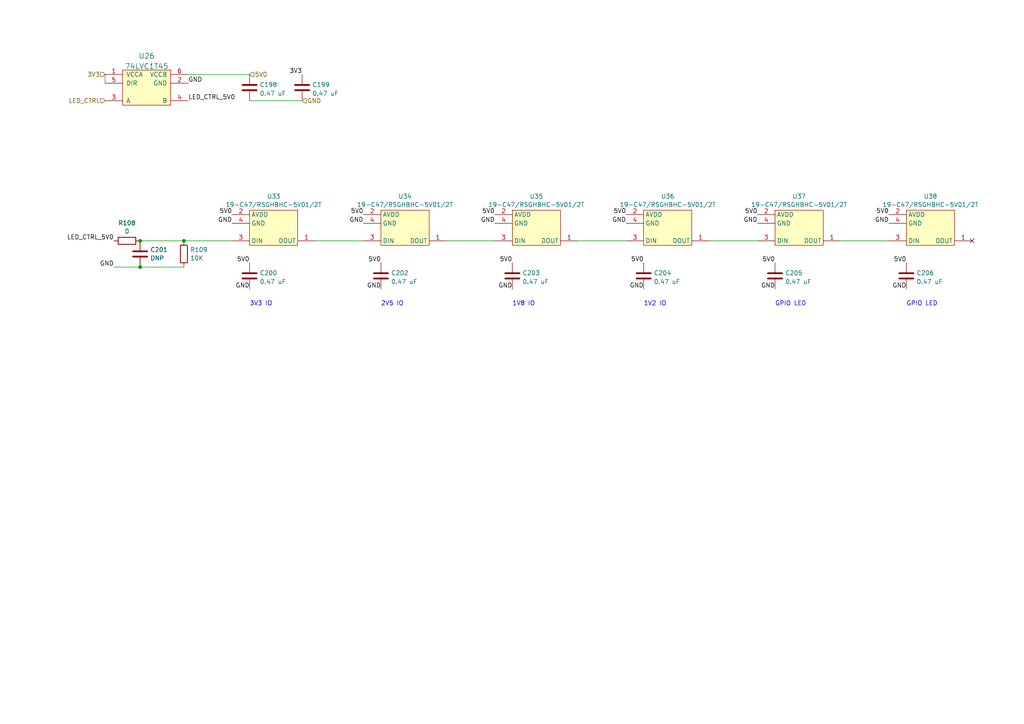
<source format=kicad_sch>
(kicad_sch (version 20231120) (generator "eeschema") (generator_version "8.0")
  (paper "A4")
  (title_block (title "DUMPTRUCK flash dumper") (date "2024-10-17") (rev "0.1") (company "Antikernel Labs") (comment 1 "Andrew D. Zonenberg"))
  (lib_symbols
    (symbol "device:C" (pin_numbers hide) (pin_names (offset 0.254))
      (property "Reference" "C" (at 0.635 2.54 0))
      (property "Value" "C" (at 0.635 -2.54 0))
      (symbol "C_0_1"
        (polyline (pts (xy -2.032 -0.762) (xy 2.032 -0.762)) (stroke (width 0.508)))
        (polyline (pts (xy -2.032 0.762) (xy 2.032 0.762)) (stroke (width 0.508)))
      )
      (symbol "C_1_1"
        (pin passive line (at 0 3.81 270) (length 2.794) (name "~") (number "1"))
        (pin passive line (at 0 -3.81 90) (length 2.794) (name "~") (number "2"))
      )
    )
    (symbol "device:R" (pin_numbers hide) (pin_names (offset 0))
      (property "Reference" "R" (at 2.032 0 90))
      (property "Value" "R" (at 0 0 90))
      (symbol "R_0_1"
        (rectangle (start -1.016 -2.54) (end 1.016 2.54) (stroke (width 0.254)))
      )
      (symbol "R_1_1"
        (pin passive line (at 0 3.81 270) (length 1.27) (name "~") (number "1"))
        (pin passive line (at 0 -3.81 90) (length 1.27) (name "~") (number "2"))
      )
    )
    (symbol "special-azonenberg:19-C47_RSGHBHC-5V01_2T"
      (property "Reference" "U" (at 3.302 -4.318 0))
      (property "Value" "19-C47/RSGHBHC-5V01/2T" (at 3.302 -2.032 0))
      (symbol "19-C47_RSGHBHC-5V01_2T_1_1"
        (rectangle (start 0 10.16) (end 13.97 0) (fill (type background)))
        (pin output line (at 19.05 1.27 180) (length 5.08) (name "DOUT") (number "1"))
        (pin power_in line (at -5.08 8.89 0) (length 5.08) (name "AVDD") (number "2"))
        (pin input line (at -5.08 1.27 0) (length 5.08) (name "DIN") (number "3"))
        (pin power_in line (at -5.08 6.35 0) (length 5.08) (name "GND") (number "4"))
      )
    )
    (symbol "special-azonenberg:74AVC1T45" (pin_names (offset 1.016))
      (property "Reference" "U" (at 0 -1.27 0))
      (property "Value" "74AVC1T45" (at 21.59 -1.27 0))
      (symbol "74AVC1T45_0_1"
        (rectangle (start 0 10.16) (end 13.97 0) (fill (type background)))
      )
      (symbol "74AVC1T45_1_1"
        (pin power_in line (at -5.08 8.89 0) (length 5.08) (name "VCCA") (number "1"))
        (pin power_in line (at 19.05 6.35 180) (length 5.08) (name "GND") (number "2"))
        (pin bidirectional line (at -5.08 1.27 0) (length 5.08) (name "A") (number "3"))
        (pin bidirectional line (at 19.05 1.27 180) (length 5.08) (name "B") (number "4"))
        (pin input line (at -5.08 6.35 0) (length 5.08) (name "DIR") (number "5"))
        (pin power_in line (at 19.05 8.89 180) (length 5.08) (name "VCCB") (number "6"))
      )
    )
  )
  (junction (at 53.34 69.85))
  (junction (at 40.64 77.47))
  (junction (at 40.64 69.85))
  (no_connect (at 281.94 69.85))
  (wire (pts (xy 91.44 69.85) (xy 105.41 69.85)))
  (wire (pts (xy 167.64 69.85) (xy 181.61 69.85)))
  (wire (pts (xy 33.02 77.47) (xy 40.64 77.47)))
  (wire (pts (xy 30.48 21.59) (xy 30.48 24.13)))
  (wire (pts (xy 53.34 69.85) (xy 67.31 69.85)))
  (wire (pts (xy 72.39 29.21) (xy 87.63 29.21)))
  (wire (pts (xy 205.74 69.85) (xy 219.71 69.85)))
  (wire (pts (xy 129.54 69.85) (xy 143.51 69.85)))
  (wire (pts (xy 243.84 69.85) (xy 257.81 69.85)))
  (wire (pts (xy 54.61 21.59) (xy 72.39 21.59)))
  (wire (pts (xy 40.64 77.47) (xy 53.34 77.47)))
  (wire (pts (xy 40.64 69.85) (xy 53.34 69.85)))
  (text "1V2 IO" (at 186.69 88.138 0) (effects (font (size 1.27 1.27)) (justify left)))
  (text "GPIO LED" (at 262.89 88.138 0) (effects (font (size 1.27 1.27)) (justify left)))
  (text "GPIO LED" (at 224.79 88.138 0) (effects (font (size 1.27 1.27)) (justify left)))
  (text "2V5 IO" (at 110.49 88.138 0) (effects (font (size 1.27 1.27)) (justify left)))
  (text "1V8 IO" (at 148.59 88.138 0) (effects (font (size 1.27 1.27)) (justify left)))
  (text "3V3 IO" (at 72.39 88.138 0) (effects (font (size 1.27 1.27)) (justify left)))
  (label "5V0" (at 148.59 76.2 180))
  (label "LED_CTRL_5V0" (at 54.61 29.21 0))
  (label "GND" (at 67.31 64.77 180))
  (label "5V0" (at 110.49 76.2 180))
  (label "5V0" (at 186.69 76.2 180))
  (label "GND" (at 262.89 83.82 180))
  (label "GND" (at 186.69 83.82 180))
  (label "GND" (at 143.51 64.77 180))
  (label "5V0" (at 105.41 62.23 180))
  (label "5V0" (at 224.79 76.2 180))
  (label "GND" (at 224.79 83.82 180))
  (label "5V0" (at 257.81 62.23 180))
  (label "5V0" (at 262.89 76.2 180))
  (label "5V0" (at 72.39 76.2 180))
  (label "GND" (at 72.39 83.82 180))
  (label "GND" (at 148.59 83.82 180))
  (label "GND" (at 110.49 83.82 180))
  (label "5V0" (at 67.31 62.23 180))
  (label "5V0" (at 181.61 62.23 180))
  (label "5V0" (at 143.51 62.23 180))
  (label "GND" (at 219.71 64.77 180))
  (label "3V3" (at 87.63 21.59 180))
  (label "GND" (at 33.02 77.47 180))
  (label "GND" (at 54.61 24.13 0))
  (label "LED_CTRL_5V0" (at 33.02 69.85 180))
  (label "GND" (at 257.81 64.77 180))
  (label "GND" (at 105.41 64.77 180))
  (label "5V0" (at 219.71 62.23 180))
  (label "GND" (at 181.61 64.77 180))
  (hierarchical_label "5V0" (shape input) (at 72.39 21.59 0))
  (hierarchical_label "GND" (shape input) (at 87.63 29.21 0))
  (hierarchical_label "3V3" (shape input) (at 30.48 21.59 180))
  (hierarchical_label "LED_CTRL" (shape input) (at 30.48 29.21 180))
  (symbol (lib_id "device:C") (at 110.49 80.01 0) (unit 1)
    (property "Reference" "C202" (at 113.411 79.1753 0) (effects (justify left)))
    (property "Value" "0.47 uF" (at 113.411 81.7122 0) (effects (justify left)))
    (property "Footprint" "azonenberg_pcb:EIA_0402_CAP_NOSILK" (effects (hide yes)))
  )
  (symbol (lib_id "device:C") (at 87.63 25.4 0) (unit 1)
    (property "Reference" "C199" (at 90.551 24.5653 0) (effects (justify left)))
    (property "Value" "0.47 uF" (at 90.551 27.1022 0) (effects (justify left)))
    (property "Footprint" "azonenberg_pcb:EIA_0402_CAP_NOSILK" (effects (hide yes)))
  )
  (symbol (lib_id "device:C") (at 186.69 80.01 0) (unit 1)
    (property "Reference" "C204" (at 189.611 79.1753 0) (effects (justify left)))
    (property "Value" "0.47 uF" (at 189.611 81.7122 0) (effects (justify left)))
    (property "Footprint" "azonenberg_pcb:EIA_0402_CAP_NOSILK" (effects (hide yes)))
  )
  (symbol (lib_id "special-azonenberg:19-C47_RSGHBHC-5V01_2T") (at 110.49 71.12 0) (unit 1)
    (property "Reference" "U34" (at 117.475 56.9425 0))
    (property "Value" "19-C47/RSGHBHC-5V01/2T" (at 117.475 59.3668 0))
    (property "Footprint" "azonenberg_pcb:LED_EVERLIGHT_19-C47_RSGHBHC-5V01_2T" (effects (hide yes)))
  )
  (symbol (lib_id "special-azonenberg:74AVC1T45") (at 35.56 30.48 0) (unit 1)
    (property "Reference" "U26" (at 42.545 16.2359 0) (effects (font (size 1.524 1.524))))
    (property "Value" "74LVC1T45" (at 42.545 19.2293 0) (effects (font (size 1.524 1.524))))
    (property "Footprint" "azonenberg_pcb:DFN_6_0.5MM_1.6x1.6MM_TI_DPK" (effects (hide yes)))
  )
  (symbol (lib_id "special-azonenberg:19-C47_RSGHBHC-5V01_2T") (at 148.59 71.12 0) (unit 1)
    (property "Reference" "U35" (at 155.575 56.9425 0))
    (property "Value" "19-C47/RSGHBHC-5V01/2T" (at 155.575 59.3668 0))
    (property "Footprint" "azonenberg_pcb:LED_EVERLIGHT_19-C47_RSGHBHC-5V01_2T" (effects (hide yes)))
  )
  (symbol (lib_id "device:R") (at 36.83 69.85 90) (unit 1)
    (property "Reference" "R108" (at 36.83 64.6895 90))
    (property "Value" "0" (at 36.83 67.1138 90))
    (property "Footprint" "azonenberg_pcb:EIA_0402_RES_NOSILK" (effects (hide yes)))
    (property "Description" "Resistor" (effects (hide yes)))
  )
  (symbol (lib_id "device:C") (at 72.39 80.01 0) (unit 1)
    (property "Reference" "C200" (at 75.311 79.1753 0) (effects (justify left)))
    (property "Value" "0.47 uF" (at 75.311 81.7122 0) (effects (justify left)))
    (property "Footprint" "azonenberg_pcb:EIA_0402_CAP_NOSILK" (effects (hide yes)))
  )
  (symbol (lib_id "device:C") (at 72.39 25.4 0) (unit 1)
    (property "Reference" "C198" (at 75.311 24.5653 0) (effects (justify left)))
    (property "Value" "0.47 uF" (at 75.311 27.1022 0) (effects (justify left)))
    (property "Footprint" "azonenberg_pcb:EIA_0402_CAP_NOSILK" (effects (hide yes)))
  )
  (symbol (lib_id "device:C") (at 148.59 80.01 0) (unit 1)
    (property "Reference" "C203" (at 151.511 79.1753 0) (effects (justify left)))
    (property "Value" "0.47 uF" (at 151.511 81.7122 0) (effects (justify left)))
    (property "Footprint" "azonenberg_pcb:EIA_0402_CAP_NOSILK" (effects (hide yes)))
  )
  (symbol (lib_id "device:C") (at 224.79 80.01 0) (unit 1)
    (property "Reference" "C205" (at 227.711 79.1753 0) (effects (justify left)))
    (property "Value" "0.47 uF" (at 227.711 81.7122 0) (effects (justify left)))
    (property "Footprint" "azonenberg_pcb:EIA_0402_CAP_NOSILK" (effects (hide yes)))
  )
  (symbol (lib_id "device:C") (at 40.64 73.66 0) (unit 1)
    (property "Reference" "C201" (at 43.561 72.4478 0) (effects (justify left)))
    (property "Value" "DNP" (at 43.561 74.8721 0) (effects (justify left)))
    (property "Footprint" "azonenberg_pcb:EIA_0402_CAP_NOSILK" (effects (hide yes)))
  )
  (symbol (lib_id "special-azonenberg:19-C47_RSGHBHC-5V01_2T") (at 224.79 71.12 0) (unit 1)
    (property "Reference" "U37" (at 231.775 56.9425 0))
    (property "Value" "19-C47/RSGHBHC-5V01/2T" (at 231.775 59.3668 0))
    (property "Footprint" "azonenberg_pcb:LED_EVERLIGHT_19-C47_RSGHBHC-5V01_2T" (effects (hide yes)))
  )
  (symbol (lib_id "special-azonenberg:19-C47_RSGHBHC-5V01_2T") (at 72.39 71.12 0) (unit 1)
    (property "Reference" "U33" (at 79.375 56.9425 0))
    (property "Value" "19-C47/RSGHBHC-5V01/2T" (at 79.375 59.3668 0))
    (property "Footprint" "azonenberg_pcb:LED_EVERLIGHT_19-C47_RSGHBHC-5V01_2T" (effects (hide yes)))
  )
  (symbol (lib_id "special-azonenberg:19-C47_RSGHBHC-5V01_2T") (at 262.89 71.12 0) (unit 1)
    (property "Reference" "U38" (at 269.875 56.9425 0))
    (property "Value" "19-C47/RSGHBHC-5V01/2T" (at 269.875 59.3668 0))
    (property "Footprint" "azonenberg_pcb:LED_EVERLIGHT_19-C47_RSGHBHC-5V01_2T" (effects (hide yes)))
  )
  (symbol (lib_id "device:R") (at 53.34 73.66 180) (unit 1)
    (property "Reference" "R109" (at 55.118 72.4478 0) (effects (justify right)))
    (property "Value" "10K" (at 55.118 74.8721 0) (effects (justify right)))
    (property "Footprint" "azonenberg_pcb:EIA_0402_RES_NOSILK" (effects (hide yes)))
    (property "Description" "Resistor" (effects (hide yes)))
  )
  (symbol (lib_id "device:C") (at 262.89 80.01 0) (unit 1)
    (property "Reference" "C206" (at 265.811 79.1753 0) (effects (justify left)))
    (property "Value" "0.47 uF" (at 265.811 81.7122 0) (effects (justify left)))
    (property "Footprint" "azonenberg_pcb:EIA_0402_CAP_NOSILK" (effects (hide yes)))
  )
  (symbol (lib_id "special-azonenberg:19-C47_RSGHBHC-5V01_2T") (at 186.69 71.12 0) (unit 1)
    (property "Reference" "U36" (at 193.675 56.9425 0))
    (property "Value" "19-C47/RSGHBHC-5V01/2T" (at 193.675 59.3668 0))
    (property "Footprint" "azonenberg_pcb:LED_EVERLIGHT_19-C47_RSGHBHC-5V01_2T" (effects (hide yes)))
  )
)
</source>
